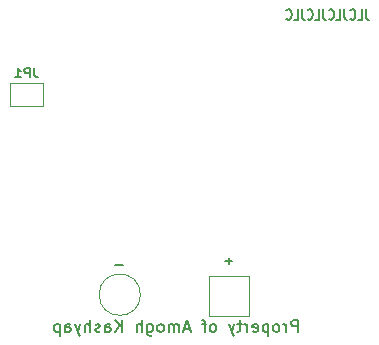
<source format=gbo>
G04 #@! TF.GenerationSoftware,KiCad,Pcbnew,(6.0.1-0)*
G04 #@! TF.CreationDate,2022-01-30T17:40:57-05:00*
G04 #@! TF.ProjectId,impact_v1.1,696d7061-6374-45f7-9631-2e312e6b6963,rev?*
G04 #@! TF.SameCoordinates,Original*
G04 #@! TF.FileFunction,Legend,Bot*
G04 #@! TF.FilePolarity,Positive*
%FSLAX46Y46*%
G04 Gerber Fmt 4.6, Leading zero omitted, Abs format (unit mm)*
G04 Created by KiCad (PCBNEW (6.0.1-0)) date 2022-01-30 17:40:57*
%MOMM*%
%LPD*%
G01*
G04 APERTURE LIST*
%ADD10C,0.175000*%
%ADD11C,0.150000*%
%ADD12C,0.120000*%
%ADD13C,3.000000*%
%ADD14R,3.000000X3.000000*%
%ADD15R,1.000000X1.500000*%
G04 APERTURE END LIST*
D10*
X167825333Y-77231142D02*
X167825333Y-77874000D01*
X167858666Y-78002571D01*
X167925333Y-78088285D01*
X168025333Y-78131142D01*
X168092000Y-78131142D01*
X167158666Y-78131142D02*
X167492000Y-78131142D01*
X167492000Y-77231142D01*
X166525333Y-78045428D02*
X166558666Y-78088285D01*
X166658666Y-78131142D01*
X166725333Y-78131142D01*
X166825333Y-78088285D01*
X166892000Y-78002571D01*
X166925333Y-77916857D01*
X166958666Y-77745428D01*
X166958666Y-77616857D01*
X166925333Y-77445428D01*
X166892000Y-77359714D01*
X166825333Y-77274000D01*
X166725333Y-77231142D01*
X166658666Y-77231142D01*
X166558666Y-77274000D01*
X166525333Y-77316857D01*
X166025333Y-77231142D02*
X166025333Y-77874000D01*
X166058666Y-78002571D01*
X166125333Y-78088285D01*
X166225333Y-78131142D01*
X166292000Y-78131142D01*
X165358666Y-78131142D02*
X165692000Y-78131142D01*
X165692000Y-77231142D01*
X164725333Y-78045428D02*
X164758666Y-78088285D01*
X164858666Y-78131142D01*
X164925333Y-78131142D01*
X165025333Y-78088285D01*
X165092000Y-78002571D01*
X165125333Y-77916857D01*
X165158666Y-77745428D01*
X165158666Y-77616857D01*
X165125333Y-77445428D01*
X165092000Y-77359714D01*
X165025333Y-77274000D01*
X164925333Y-77231142D01*
X164858666Y-77231142D01*
X164758666Y-77274000D01*
X164725333Y-77316857D01*
X164225333Y-77231142D02*
X164225333Y-77874000D01*
X164258666Y-78002571D01*
X164325333Y-78088285D01*
X164425333Y-78131142D01*
X164492000Y-78131142D01*
X163558666Y-78131142D02*
X163892000Y-78131142D01*
X163892000Y-77231142D01*
X162925333Y-78045428D02*
X162958666Y-78088285D01*
X163058666Y-78131142D01*
X163125333Y-78131142D01*
X163225333Y-78088285D01*
X163292000Y-78002571D01*
X163325333Y-77916857D01*
X163358666Y-77745428D01*
X163358666Y-77616857D01*
X163325333Y-77445428D01*
X163292000Y-77359714D01*
X163225333Y-77274000D01*
X163125333Y-77231142D01*
X163058666Y-77231142D01*
X162958666Y-77274000D01*
X162925333Y-77316857D01*
X162425333Y-77231142D02*
X162425333Y-77874000D01*
X162458666Y-78002571D01*
X162525333Y-78088285D01*
X162625333Y-78131142D01*
X162692000Y-78131142D01*
X161758666Y-78131142D02*
X162092000Y-78131142D01*
X162092000Y-77231142D01*
X161125333Y-78045428D02*
X161158666Y-78088285D01*
X161258666Y-78131142D01*
X161325333Y-78131142D01*
X161425333Y-78088285D01*
X161492000Y-78002571D01*
X161525333Y-77916857D01*
X161558666Y-77745428D01*
X161558666Y-77616857D01*
X161525333Y-77445428D01*
X161492000Y-77359714D01*
X161425333Y-77274000D01*
X161325333Y-77231142D01*
X161258666Y-77231142D01*
X161158666Y-77274000D01*
X161125333Y-77316857D01*
D11*
X162109523Y-104552380D02*
X162109523Y-103552380D01*
X161728571Y-103552380D01*
X161633333Y-103600000D01*
X161585714Y-103647619D01*
X161538095Y-103742857D01*
X161538095Y-103885714D01*
X161585714Y-103980952D01*
X161633333Y-104028571D01*
X161728571Y-104076190D01*
X162109523Y-104076190D01*
X161109523Y-104552380D02*
X161109523Y-103885714D01*
X161109523Y-104076190D02*
X161061904Y-103980952D01*
X161014285Y-103933333D01*
X160919047Y-103885714D01*
X160823809Y-103885714D01*
X160347619Y-104552380D02*
X160442857Y-104504761D01*
X160490476Y-104457142D01*
X160538095Y-104361904D01*
X160538095Y-104076190D01*
X160490476Y-103980952D01*
X160442857Y-103933333D01*
X160347619Y-103885714D01*
X160204761Y-103885714D01*
X160109523Y-103933333D01*
X160061904Y-103980952D01*
X160014285Y-104076190D01*
X160014285Y-104361904D01*
X160061904Y-104457142D01*
X160109523Y-104504761D01*
X160204761Y-104552380D01*
X160347619Y-104552380D01*
X159585714Y-103885714D02*
X159585714Y-104885714D01*
X159585714Y-103933333D02*
X159490476Y-103885714D01*
X159300000Y-103885714D01*
X159204761Y-103933333D01*
X159157142Y-103980952D01*
X159109523Y-104076190D01*
X159109523Y-104361904D01*
X159157142Y-104457142D01*
X159204761Y-104504761D01*
X159300000Y-104552380D01*
X159490476Y-104552380D01*
X159585714Y-104504761D01*
X158300000Y-104504761D02*
X158395238Y-104552380D01*
X158585714Y-104552380D01*
X158680952Y-104504761D01*
X158728571Y-104409523D01*
X158728571Y-104028571D01*
X158680952Y-103933333D01*
X158585714Y-103885714D01*
X158395238Y-103885714D01*
X158300000Y-103933333D01*
X158252380Y-104028571D01*
X158252380Y-104123809D01*
X158728571Y-104219047D01*
X157823809Y-104552380D02*
X157823809Y-103885714D01*
X157823809Y-104076190D02*
X157776190Y-103980952D01*
X157728571Y-103933333D01*
X157633333Y-103885714D01*
X157538095Y-103885714D01*
X157347619Y-103885714D02*
X156966666Y-103885714D01*
X157204761Y-103552380D02*
X157204761Y-104409523D01*
X157157142Y-104504761D01*
X157061904Y-104552380D01*
X156966666Y-104552380D01*
X156728571Y-103885714D02*
X156490476Y-104552380D01*
X156252380Y-103885714D02*
X156490476Y-104552380D01*
X156585714Y-104790476D01*
X156633333Y-104838095D01*
X156728571Y-104885714D01*
X154966666Y-104552380D02*
X155061904Y-104504761D01*
X155109523Y-104457142D01*
X155157142Y-104361904D01*
X155157142Y-104076190D01*
X155109523Y-103980952D01*
X155061904Y-103933333D01*
X154966666Y-103885714D01*
X154823809Y-103885714D01*
X154728571Y-103933333D01*
X154680952Y-103980952D01*
X154633333Y-104076190D01*
X154633333Y-104361904D01*
X154680952Y-104457142D01*
X154728571Y-104504761D01*
X154823809Y-104552380D01*
X154966666Y-104552380D01*
X154347619Y-103885714D02*
X153966666Y-103885714D01*
X154204761Y-104552380D02*
X154204761Y-103695238D01*
X154157142Y-103600000D01*
X154061904Y-103552380D01*
X153966666Y-103552380D01*
X152919047Y-104266666D02*
X152442857Y-104266666D01*
X153014285Y-104552380D02*
X152680952Y-103552380D01*
X152347619Y-104552380D01*
X152014285Y-104552380D02*
X152014285Y-103885714D01*
X152014285Y-103980952D02*
X151966666Y-103933333D01*
X151871428Y-103885714D01*
X151728571Y-103885714D01*
X151633333Y-103933333D01*
X151585714Y-104028571D01*
X151585714Y-104552380D01*
X151585714Y-104028571D02*
X151538095Y-103933333D01*
X151442857Y-103885714D01*
X151300000Y-103885714D01*
X151204761Y-103933333D01*
X151157142Y-104028571D01*
X151157142Y-104552380D01*
X150538095Y-104552380D02*
X150633333Y-104504761D01*
X150680952Y-104457142D01*
X150728571Y-104361904D01*
X150728571Y-104076190D01*
X150680952Y-103980952D01*
X150633333Y-103933333D01*
X150538095Y-103885714D01*
X150395238Y-103885714D01*
X150300000Y-103933333D01*
X150252380Y-103980952D01*
X150204761Y-104076190D01*
X150204761Y-104361904D01*
X150252380Y-104457142D01*
X150300000Y-104504761D01*
X150395238Y-104552380D01*
X150538095Y-104552380D01*
X149347619Y-103885714D02*
X149347619Y-104695238D01*
X149395238Y-104790476D01*
X149442857Y-104838095D01*
X149538095Y-104885714D01*
X149680952Y-104885714D01*
X149776190Y-104838095D01*
X149347619Y-104504761D02*
X149442857Y-104552380D01*
X149633333Y-104552380D01*
X149728571Y-104504761D01*
X149776190Y-104457142D01*
X149823809Y-104361904D01*
X149823809Y-104076190D01*
X149776190Y-103980952D01*
X149728571Y-103933333D01*
X149633333Y-103885714D01*
X149442857Y-103885714D01*
X149347619Y-103933333D01*
X148871428Y-104552380D02*
X148871428Y-103552380D01*
X148442857Y-104552380D02*
X148442857Y-104028571D01*
X148490476Y-103933333D01*
X148585714Y-103885714D01*
X148728571Y-103885714D01*
X148823809Y-103933333D01*
X148871428Y-103980952D01*
X147204761Y-104552380D02*
X147204761Y-103552380D01*
X146633333Y-104552380D02*
X147061904Y-103980952D01*
X146633333Y-103552380D02*
X147204761Y-104123809D01*
X145776190Y-104552380D02*
X145776190Y-104028571D01*
X145823809Y-103933333D01*
X145919047Y-103885714D01*
X146109523Y-103885714D01*
X146204761Y-103933333D01*
X145776190Y-104504761D02*
X145871428Y-104552380D01*
X146109523Y-104552380D01*
X146204761Y-104504761D01*
X146252380Y-104409523D01*
X146252380Y-104314285D01*
X146204761Y-104219047D01*
X146109523Y-104171428D01*
X145871428Y-104171428D01*
X145776190Y-104123809D01*
X145347619Y-104504761D02*
X145252380Y-104552380D01*
X145061904Y-104552380D01*
X144966666Y-104504761D01*
X144919047Y-104409523D01*
X144919047Y-104361904D01*
X144966666Y-104266666D01*
X145061904Y-104219047D01*
X145204761Y-104219047D01*
X145300000Y-104171428D01*
X145347619Y-104076190D01*
X145347619Y-104028571D01*
X145300000Y-103933333D01*
X145204761Y-103885714D01*
X145061904Y-103885714D01*
X144966666Y-103933333D01*
X144490476Y-104552380D02*
X144490476Y-103552380D01*
X144061904Y-104552380D02*
X144061904Y-104028571D01*
X144109523Y-103933333D01*
X144204761Y-103885714D01*
X144347619Y-103885714D01*
X144442857Y-103933333D01*
X144490476Y-103980952D01*
X143680952Y-103885714D02*
X143442857Y-104552380D01*
X143204761Y-103885714D02*
X143442857Y-104552380D01*
X143538095Y-104790476D01*
X143585714Y-104838095D01*
X143680952Y-104885714D01*
X142395238Y-104552380D02*
X142395238Y-104028571D01*
X142442857Y-103933333D01*
X142538095Y-103885714D01*
X142728571Y-103885714D01*
X142823809Y-103933333D01*
X142395238Y-104504761D02*
X142490476Y-104552380D01*
X142728571Y-104552380D01*
X142823809Y-104504761D01*
X142871428Y-104409523D01*
X142871428Y-104314285D01*
X142823809Y-104219047D01*
X142728571Y-104171428D01*
X142490476Y-104171428D01*
X142395238Y-104123809D01*
X141919047Y-103885714D02*
X141919047Y-104885714D01*
X141919047Y-103933333D02*
X141823809Y-103885714D01*
X141633333Y-103885714D01*
X141538095Y-103933333D01*
X141490476Y-103980952D01*
X141442857Y-104076190D01*
X141442857Y-104361904D01*
X141490476Y-104457142D01*
X141538095Y-104504761D01*
X141633333Y-104552380D01*
X141823809Y-104552380D01*
X141919047Y-104504761D01*
X147276780Y-98859571D02*
X146652019Y-98859571D01*
X156547780Y-98554771D02*
X155923019Y-98554771D01*
X156235400Y-98840485D02*
X156235400Y-98269057D01*
X139783333Y-82239285D02*
X139783333Y-82775000D01*
X139822380Y-82882142D01*
X139900476Y-82953571D01*
X140017619Y-82989285D01*
X140095714Y-82989285D01*
X139392857Y-82989285D02*
X139392857Y-82239285D01*
X139080476Y-82239285D01*
X139002380Y-82275000D01*
X138963333Y-82310714D01*
X138924285Y-82382142D01*
X138924285Y-82489285D01*
X138963333Y-82560714D01*
X139002380Y-82596428D01*
X139080476Y-82632142D01*
X139392857Y-82632142D01*
X138143333Y-82989285D02*
X138611904Y-82989285D01*
X138377619Y-82989285D02*
X138377619Y-82239285D01*
X138455714Y-82346428D01*
X138533809Y-82417857D01*
X138611904Y-82453571D01*
D12*
X148765200Y-101396800D02*
G75*
G03*
X148765200Y-101396800I-1750000J0D01*
G01*
X154560800Y-99773000D02*
X154560800Y-103173000D01*
X157960800Y-99773000D02*
X154560800Y-99773000D01*
X154560800Y-103173000D02*
X157960800Y-103173000D01*
X157960800Y-103173000D02*
X157960800Y-99773000D01*
X140500000Y-83450000D02*
X137700000Y-83450000D01*
X140500000Y-85450000D02*
X140500000Y-83450000D01*
X137700000Y-83450000D02*
X137700000Y-85450000D01*
X137700000Y-85450000D02*
X140500000Y-85450000D01*
%LPC*%
D13*
X147015200Y-101396800D03*
D14*
X156260800Y-101473000D03*
D15*
X139750000Y-84450000D03*
X138450000Y-84450000D03*
M02*

</source>
